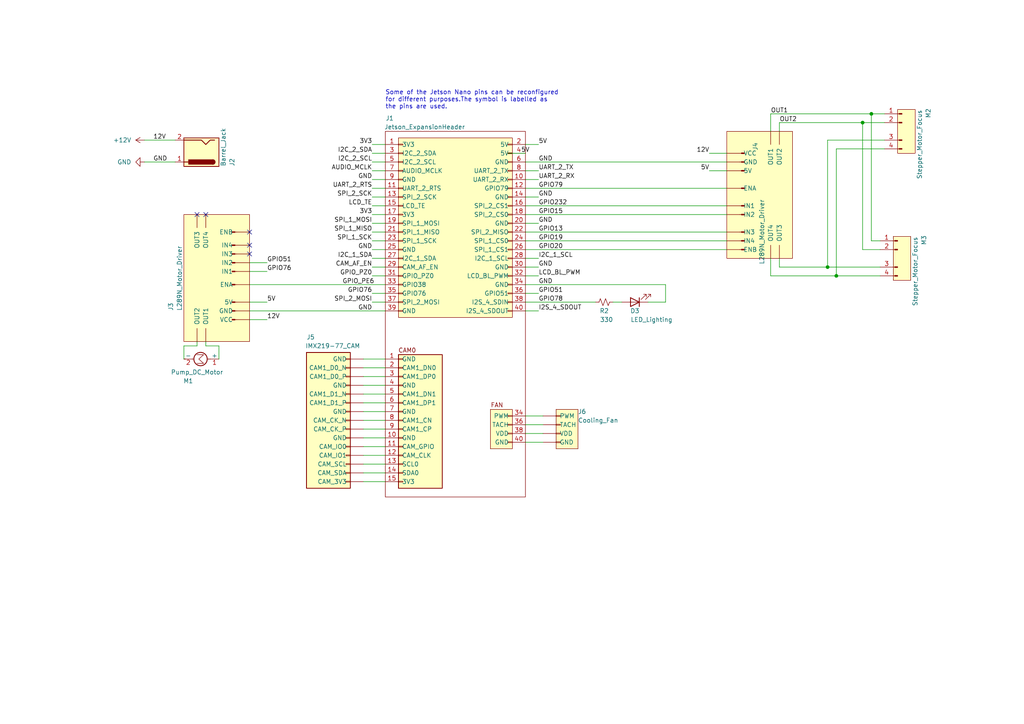
<source format=kicad_sch>
(kicad_sch (version 20211123) (generator eeschema)
  (paper "A4")
  (title_block (title "PlanktoScope with Jetson (Future Development)"))
  (lib_symbols
    (symbol "Conn_01x04_Male_1" (pin_names (offset 1.016) hide)
      (property "Reference" "J?" (at -1.2319 8.89 0))
      (property "Value" "Conn_01x04_Male_1" (at -1.2319 6.35 0))
      (symbol "Conn_01x04_Male_1_0_1"
        (rectangle (start -3.81 3.81) (end 1.27 -8.89) (fill (type background)))
      )
      (symbol "Conn_01x04_Male_1_1_1"
        (polyline (pts (xy 1.27 -7.62) (xy 0.8636 -7.62)) (stroke (width 0.1524)))
        (polyline (pts (xy 1.27 -5.08) (xy 0.8636 -5.08)) (stroke (width 0.1524)))
        (polyline (pts (xy 1.27 0) (xy 0.8636 0)) (stroke (width 0.1524)))
        (polyline (pts (xy 1.27 2.54) (xy 0.8636 2.54)) (stroke (width 0.1524)))
        (rectangle (start 0.8636 -7.493) (end 0 -7.747) (stroke (width 0.1524)) (fill (type outline)))
        (rectangle (start 0.8636 -4.953) (end 0 -5.207) (stroke (width 0.1524)) (fill (type outline)))
        (rectangle (start 0.8636 0.127) (end 0 -0.127) (stroke (width 0.1524)) (fill (type outline)))
        (rectangle (start 0.8636 2.667) (end 0 2.413) (stroke (width 0.1524)) (fill (type outline)))
        (pin passive line (at 5.08 2.54 180) (length 3.81) (name "Pin_1") (number "1"))
        (pin passive line (at 5.08 0 180) (length 3.81) (name "Pin_2") (number "2"))
        (pin passive line (at 5.08 -5.08 180) (length 3.81) (name "Pin_3") (number "3"))
        (pin passive line (at 5.08 -7.62 180) (length 3.81) (name "Pin_4") (number "4"))
      )
    )
    (symbol "Conn_01x04_Male_2" (pin_numbers hide) (pin_names (offset 1.016))
      (property "Reference" "J?" (at -7.62 -1.27 0))
      (property "Value" "L289N_Motor_Driver" (at -5.08 -1.27 0))
      (symbol "Conn_01x04_Male_2_0_1"
        (rectangle (start -19.05 3.81) (end 17.78 -15.24) (fill (type background)))
      )
      (symbol "Conn_01x04_Male_2_1_1"
        (rectangle (start -12.573 -11.0236) (end -12.827 -10.16) (stroke (width 0.1524)) (fill (type outline)))
        (rectangle (start -10.033 -11.0236) (end -10.287 -10.16) (stroke (width 0.1524)) (fill (type outline)))
        (rectangle (start -7.493 -11.0236) (end -7.747 -10.16) (stroke (width 0.1524)) (fill (type outline)))
        (rectangle (start -2.413 -11.0236) (end -2.667 -10.16) (stroke (width 0.1524)) (fill (type outline)))
        (polyline (pts (xy -12.7 -11.43) (xy -12.7 -11.0236)) (stroke (width 0.1524)))
        (polyline (pts (xy -10.16 -11.43) (xy -10.16 -11.0236)) (stroke (width 0.1524)))
        (polyline (pts (xy -7.62 -11.43) (xy -7.62 -11.0236)) (stroke (width 0.1524)))
        (polyline (pts (xy -2.54 -11.43) (xy -2.54 -11.0236)) (stroke (width 0.1524)))
        (polyline (pts (xy 1.27 -11.43) (xy 1.27 -11.0236)) (stroke (width 0.1524)))
        (polyline (pts (xy 3.81 -11.43) (xy 3.81 -11.0236)) (stroke (width 0.1524)))
        (polyline (pts (xy 6.35 -11.43) (xy 6.35 -11.0236)) (stroke (width 0.1524)))
        (polyline (pts (xy 8.89 -11.43) (xy 8.89 -11.0236)) (stroke (width 0.1524)))
        (polyline (pts (xy 12.7 -11.43) (xy 12.7 -11.0236)) (stroke (width 0.1524)))
        (rectangle (start 1.397 -11.0236) (end 1.143 -10.16) (stroke (width 0.1524)) (fill (type outline)))
        (rectangle (start 3.937 -11.0236) (end 3.683 -10.16) (stroke (width 0.1524)) (fill (type outline)))
        (rectangle (start 6.477 -11.0236) (end 6.223 -10.16) (stroke (width 0.1524)) (fill (type outline)))
        (rectangle (start 9.017 -11.0236) (end 8.763 -10.16) (stroke (width 0.1524)) (fill (type outline)))
        (rectangle (start 12.827 -11.0236) (end 12.573 -10.16) (stroke (width 0.1524)) (fill (type outline)))
        (pin passive line (at -12.7 -15.24 90) (length 3.81) (name "VCC") (number "1"))
        (pin passive line (at -19.05 0 0) (length 3.81) (name "OUT2") (number "10"))
        (pin passive line (at -19.05 -2.54 0) (length 3.81) (name "OUT1") (number "11"))
        (pin passive line (at -10.16 -15.24 90) (length 3.81) (name "GND") (number "2"))
        (pin passive line (at -7.62 -15.24 90) (length 3.81) (name "5V") (number "3"))
        (pin passive line (at 1.27 -15.24 90) (length 3.81) (name "IN1") (number "4"))
        (pin passive line (at 3.81 -15.24 90) (length 3.81) (name "IN2") (number "5"))
        (pin passive line (at 6.35 -15.24 90) (length 3.81) (name "IN3") (number "6"))
        (pin passive line (at -2.54 -15.24 90) (length 3.81) (name "ENA") (number "7"))
        (pin passive line (at 12.7 -15.24 90) (length 3.81) (name "ENB") (number "7"))
        (pin passive line (at 8.89 -15.24 90) (length 3.81) (name "IN4") (number "7"))
        (pin passive line (at 17.78 -2.54 180) (length 3.81) (name "OUT4") (number "8"))
        (pin passive line (at 17.78 0 180) (length 3.81) (name "OUT3") (number "9"))
      )
    )
    (symbol "Conn_01x04_Male_3" (pin_numbers hide) (pin_names (offset 1.016))
      (property "Reference" "J4" (at -15.875 -6.985 0))
      (property "Value" "L289N_Motor_Driver" (at 0.635 -5.08 0))
      (symbol "Conn_01x04_Male_3_0_1"
        (rectangle (start -19.05 3.81) (end 17.78 -15.24) (fill (type background)))
      )
      (symbol "Conn_01x04_Male_3_1_1"
        (rectangle (start -12.573 -11.0236) (end -12.827 -10.16) (stroke (width 0.1524)) (fill (type outline)))
        (rectangle (start -10.033 -11.0236) (end -10.287 -10.16) (stroke (width 0.1524)) (fill (type outline)))
        (rectangle (start -7.493 -11.0236) (end -7.747 -10.16) (stroke (width 0.1524)) (fill (type outline)))
        (rectangle (start -2.413 -11.0236) (end -2.667 -10.16) (stroke (width 0.1524)) (fill (type outline)))
        (polyline (pts (xy -12.7 -11.43) (xy -12.7 -11.0236)) (stroke (width 0.1524)))
        (polyline (pts (xy -10.16 -11.43) (xy -10.16 -11.0236)) (stroke (width 0.1524)))
        (polyline (pts (xy -7.62 -11.43) (xy -7.62 -11.0236)) (stroke (width 0.1524)))
        (polyline (pts (xy -2.54 -11.43) (xy -2.54 -11.0236)) (stroke (width 0.1524)))
        (polyline (pts (xy 2.54 -11.43) (xy 2.54 -11.0236)) (stroke (width 0.1524)))
        (polyline (pts (xy 5.08 -11.43) (xy 5.08 -11.0236)) (stroke (width 0.1524)))
        (polyline (pts (xy 10.16 -11.43) (xy 10.16 -11.0236)) (stroke (width 0.1524)))
        (polyline (pts (xy 12.7 -11.43) (xy 12.7 -11.0236)) (stroke (width 0.1524)))
        (polyline (pts (xy 15.24 -11.43) (xy 15.24 -11.0236)) (stroke (width 0.1524)))
        (rectangle (start 2.667 -11.0236) (end 2.413 -10.16) (stroke (width 0.1524)) (fill (type outline)))
        (rectangle (start 5.207 -11.0236) (end 4.953 -10.16) (stroke (width 0.1524)) (fill (type outline)))
        (rectangle (start 10.287 -11.0236) (end 10.033 -10.16) (stroke (width 0.1524)) (fill (type outline)))
        (rectangle (start 12.827 -11.0236) (end 12.573 -10.16) (stroke (width 0.1524)) (fill (type outline)))
        (rectangle (start 15.367 -11.0236) (end 15.113 -10.16) (stroke (width 0.1524)) (fill (type outline)))
        (pin passive line (at -12.7 -15.24 90) (length 3.81) (name "VCC") (number "1"))
        (pin passive line (at -19.05 0 0) (length 3.81) (name "OUT2") (number "10"))
        (pin passive line (at -19.05 -2.54 0) (length 3.81) (name "OUT1") (number "11"))
        (pin passive line (at -10.16 -15.24 90) (length 3.81) (name "GND") (number "2"))
        (pin passive line (at -7.62 -15.24 90) (length 3.81) (name "5V") (number "3"))
        (pin passive line (at 2.54 -15.24 90) (length 3.81) (name "IN1") (number "4"))
        (pin passive line (at 5.08 -15.24 90) (length 3.81) (name "IN2") (number "5"))
        (pin passive line (at 10.16 -15.24 90) (length 3.81) (name "IN3") (number "6"))
        (pin passive line (at -2.54 -15.24 90) (length 3.81) (name "ENA") (number "7"))
        (pin passive line (at 15.24 -15.24 90) (length 3.81) (name "ENB") (number "7"))
        (pin passive line (at 12.7 -15.24 90) (length 3.81) (name "IN4") (number "7"))
        (pin passive line (at 17.78 -2.54 180) (length 3.81) (name "OUT4") (number "8"))
        (pin passive line (at 17.78 0 180) (length 3.81) (name "OUT3") (number "9"))
      )
    )
    (symbol "Conn_01x15_1" (pin_numbers hide) (pin_names (offset 1.016))
      (property "Reference" "J?" (at -5.08 24.13 0))
      (property "Value" "IMX219-77_CAM" (at -5.08 21.59 0))
      (symbol "Conn_01x15_1_1_1"
        (rectangle (start -1.27 -17.653) (end 0 -17.907) (stroke (width 0.1524)))
        (rectangle (start -1.27 -15.113) (end 0 -15.367) (stroke (width 0.1524)))
        (rectangle (start -1.27 -12.573) (end 0 -12.827) (stroke (width 0.1524)))
        (rectangle (start -1.27 -10.033) (end 0 -10.287) (stroke (width 0.1524)))
        (rectangle (start -1.27 -7.493) (end 0 -7.747) (stroke (width 0.1524)))
        (rectangle (start -1.27 -4.953) (end 0 -5.207) (stroke (width 0.1524)))
        (rectangle (start -1.27 -2.413) (end 0 -2.667) (stroke (width 0.1524)))
        (rectangle (start -1.27 0.127) (end 0 -0.127) (stroke (width 0.1524)))
        (rectangle (start -1.27 2.667) (end 0 2.413) (stroke (width 0.1524)))
        (rectangle (start -1.27 5.207) (end 0 4.953) (stroke (width 0.1524)))
        (rectangle (start -1.27 7.747) (end 0 7.493) (stroke (width 0.1524)))
        (rectangle (start -1.27 10.287) (end 0 10.033) (stroke (width 0.1524)))
        (rectangle (start -1.27 12.827) (end 0 12.573) (stroke (width 0.1524)))
        (rectangle (start -1.27 15.367) (end 0 15.113) (stroke (width 0.1524)))
        (rectangle (start -1.27 17.907) (end 0 17.653) (stroke (width 0.1524)))
        (rectangle (start -1.27 19.685) (end 11.43 -19.685) (stroke (width 0.254)) (fill (type background)))
        (pin passive line (at -5.08 17.78 0) (length 3.81) (name "GND") (number "1"))
        (pin passive line (at -5.08 -5.08 0) (length 3.81) (name "GND") (number "10"))
        (pin passive line (at -5.08 -7.62 0) (length 3.81) (name "CAM_IO0") (number "11"))
        (pin passive line (at -5.08 -10.16 0) (length 3.81) (name "CAM_IO1") (number "12"))
        (pin passive line (at -5.08 -12.7 0) (length 3.81) (name "CAM_SCL") (number "13"))
        (pin passive line (at -5.08 -15.24 0) (length 3.81) (name "CAM_SDA") (number "14"))
        (pin passive line (at -5.08 -17.78 0) (length 3.81) (name "CAM_3V3") (number "15"))
        (pin passive line (at -5.08 15.24 0) (length 3.81) (name "CAM1_D0_N") (number "2"))
        (pin passive line (at -5.08 12.7 0) (length 3.81) (name "CAM1_D0_P") (number "3"))
        (pin passive line (at -5.08 10.16 0) (length 3.81) (name "GND") (number "4"))
        (pin passive line (at -5.08 7.62 0) (length 3.81) (name "CAM1_D1_N") (number "5"))
        (pin passive line (at -5.08 5.08 0) (length 3.81) (name "CAM1_D1_P") (number "6"))
        (pin passive line (at -5.08 2.54 0) (length 3.81) (name "GND") (number "7"))
        (pin passive line (at -5.08 0 0) (length 3.81) (name "CAM_CK_N") (number "8"))
        (pin passive line (at -5.08 -2.54 0) (length 3.81) (name "CAM_CK_P") (number "9"))
      )
    )
    (symbol "Connector:Barrel_Jack" (pin_names (offset 1.016))
      (property "Reference" "J?" (at -6.35 -1.9051 0))
      (property "Value" "Barrel_Jack" (at -6.35 1.2699 0))
      (symbol "Barrel_Jack_0_1"
        (rectangle (start -5.08 5.08) (end 5.08 -3.175) (stroke (width 0.254)) (fill (type background)))
        (arc (start -3.302 4.445) (mid -3.937 3.81) (end -3.302 3.175) (stroke (width 0.254)))
        (arc (start -3.302 4.445) (mid -3.937 3.81) (end -3.302 3.175) (stroke (width 0.254)) (fill (type outline)))
        (polyline (pts (xy 5.08 3.81) (xy 3.81 3.81)) (stroke (width 0.254)))
        (polyline (pts (xy -3.81 -2.54) (xy -2.54 -2.54) (xy -1.27 -1.27) (xy 0 -2.54) (xy 2.54 -2.54) (xy 5.08 -2.54)) (stroke (width 0.254)))
        (rectangle (start 3.683 4.445) (end -3.302 3.175) (stroke (width 0.254)) (fill (type outline)))
      )
      (symbol "Barrel_Jack_1_1"
        (pin passive line (at 7.62 3.81 180) (length 2.54) (name "~") (number "1"))
        (pin passive line (at 7.62 -2.54 180) (length 2.54) (name "~") (number "2"))
      )
    )
    (symbol "Connector:Conn_01x04_Male" (pin_numbers hide) (pin_names (offset 1.016))
      (property "Reference" "J?" (at 1.27 -2.5399 0))
      (property "Value" "Cooling_Fan" (at 1.27 -5.0799 0))
      (symbol "Conn_01x04_Male_1_1"
        (rectangle (start 0 1.905) (end 6.35 -9.525) (fill (type background)))
        (rectangle (start 6.35 -7.493) (end 5.08 -7.747) (stroke (width 0.1524)))
        (rectangle (start 6.35 -4.953) (end 5.08 -5.207) (stroke (width 0.1524)))
        (rectangle (start 6.35 -2.413) (end 5.08 -2.667) (stroke (width 0.1524)))
        (rectangle (start 6.35 0.127) (end 5.08 -0.127) (stroke (width 0.1524)))
        (pin passive line (at 10.16 0 180) (length 3.81) (name "PWM") (number "1"))
        (pin passive line (at 10.16 -2.54 180) (length 3.81) (name "TACH") (number "2"))
        (pin passive line (at 10.16 -5.08 180) (length 3.81) (name "VDD") (number "3"))
        (pin passive line (at 10.16 -7.62 180) (length 3.81) (name "GND") (number "4"))
      )
    )
    (symbol "Device:LED" (pin_numbers hide) (pin_names (offset 1.016) hide)
      (property "Reference" "D" (at 0 2.54 0))
      (property "Value" "LED" (at 0 -2.54 0))
      (symbol "LED_0_1"
        (polyline (pts (xy -1.27 -1.27) (xy -1.27 1.27)) (stroke (width 0.254)))
        (polyline (pts (xy -1.27 0) (xy 1.27 0)))
        (polyline (pts (xy 1.27 -1.27) (xy 1.27 1.27) (xy -1.27 0) (xy 1.27 -1.27)) (stroke (width 0.254)))
        (polyline (pts (xy -3.048 -0.762) (xy -4.572 -2.286) (xy -3.81 -2.286) (xy -4.572 -2.286) (xy -4.572 -1.524)))
        (polyline (pts (xy -1.778 -0.762) (xy -3.302 -2.286) (xy -2.54 -2.286) (xy -3.302 -2.286) (xy -3.302 -1.524)))
      )
      (symbol "LED_1_1"
        (pin passive line (at -3.81 0 0) (length 2.54) (name "K") (number "1"))
        (pin passive line (at 3.81 0 180) (length 2.54) (name "A") (number "2"))
      )
    )
    (symbol "Device:R_Small_US" (pin_numbers hide) (pin_names (offset 0.254) hide)
      (property "Reference" "R" (at 0.762 0.508 0))
      (property "Value" "R_Small_US" (at 0.762 -1.016 0))
      (symbol "R_Small_US_1_1"
        (polyline (pts (xy 0 0) (xy 1.016 -0.381) (xy 0 -0.762) (xy -1.016 -1.143) (xy 0 -1.524)))
        (polyline (pts (xy 0 1.524) (xy 1.016 1.143) (xy 0 0.762) (xy -1.016 0.381) (xy 0 0)))
        (pin passive line (at 0 2.54 270) (length 1.016) (name "~") (number "1"))
        (pin passive line (at 0 -2.54 90) (length 1.016) (name "~") (number "2"))
      )
    )
    (symbol "Motor:Motor_DC" (pin_names (offset 0))
      (property "Reference" "M?" (at -2.54 8.89 90))
      (property "Value" "Motor_DC" (at -2.54 5.08 90))
      (symbol "Motor_DC_0_0"
        (polyline (pts (xy -1.27 -2.54) (xy -1.27 -0.635) (xy 0 -2.032) (xy 1.27 -0.635) (xy 1.27 -2.54)))
      )
      (symbol "Motor_DC_0_1"
        (circle (center 0 -1.524) (radius 1.9427) (stroke (width 0.254)))
        (polyline (pts (xy 0 -6.35) (xy 0 -5.842)))
        (polyline (pts (xy 0 -3.5052) (xy 0 -3.9116)))
        (polyline (pts (xy 0 0.4572) (xy 0 0.8128)))
        (polyline (pts (xy 0 0.762) (xy 0 1.27)))
      )
      (symbol "Motor_DC_1_1"
        (pin passive line (at 0 3.81 270) (length 2.54) (name "+") (number "1"))
        (pin passive line (at 0 -6.35 90) (length 2.54) (name "-") (number "2"))
      )
    )
    (symbol "RPi4_Conn_3" (pin_names (offset 1.016))
      (property "Reference" "J1" (at 15.24 31.75 0))
      (property "Value" "Jetson_ExpansionHeader" (at 15.24 29.21 0))
      (symbol "RPi4_Conn_3_0_0"
        (text "CAM0" (at 1.27 -36.83 0) (effects (font (size 1.27 1.27))))
        (text "FAN" (at 27.305 -52.705 0) (effects (font (size 1.27 1.27))))
      )
      (symbol "RPi4_Conn_3_0_1"
        (rectangle (start -5.08 26.67) (end 35.56 -79.375))
      )
      (symbol "RPi4_Conn_3_1_1"
        (rectangle (start -1.27 -74.803) (end 0 -75.057) (stroke (width 0.1524)))
        (rectangle (start -1.27 -72.263) (end 0 -72.517) (stroke (width 0.1524)))
        (rectangle (start -1.27 -69.723) (end 0 -69.977) (stroke (width 0.1524)))
        (rectangle (start -1.27 -67.183) (end 0 -67.437) (stroke (width 0.1524)))
        (rectangle (start -1.27 -64.643) (end 0 -64.897) (stroke (width 0.1524)))
        (rectangle (start -1.27 -62.103) (end 0 -62.357) (stroke (width 0.1524)))
        (rectangle (start -1.27 -59.563) (end 0 -59.817) (stroke (width 0.1524)))
        (rectangle (start -1.27 -57.023) (end 0 -57.277) (stroke (width 0.1524)))
        (rectangle (start -1.27 -54.483) (end 0 -54.737) (stroke (width 0.1524)))
        (rectangle (start -1.27 -51.943) (end 0 -52.197) (stroke (width 0.1524)))
        (rectangle (start -1.27 -49.403) (end 0 -49.657) (stroke (width 0.1524)))
        (rectangle (start -1.27 -46.863) (end 0 -47.117) (stroke (width 0.1524)))
        (rectangle (start -1.27 -44.323) (end 0 -44.577) (stroke (width 0.1524)))
        (rectangle (start -1.27 -41.783) (end 0 -42.037) (stroke (width 0.1524)))
        (rectangle (start -1.27 -39.243) (end 0 -39.497) (stroke (width 0.1524)))
        (rectangle (start -1.27 -38.1) (end 11.43 -76.835) (stroke (width 0.254)) (fill (type background)))
        (rectangle (start -1.27 -25.273) (end 0 -25.527) (stroke (width 0.1524)))
        (rectangle (start -1.27 -22.733) (end 0 -22.987) (stroke (width 0.1524)))
        (rectangle (start -1.27 -20.193) (end 0 -20.447) (stroke (width 0.1524)))
        (rectangle (start -1.27 -17.653) (end 0 -17.907) (stroke (width 0.1524)))
        (rectangle (start -1.27 -15.113) (end 0 -15.367) (stroke (width 0.1524)))
        (rectangle (start -1.27 -12.573) (end 0 -12.827) (stroke (width 0.1524)))
        (rectangle (start -1.27 -10.033) (end 0 -10.287) (stroke (width 0.1524)))
        (rectangle (start -1.27 -7.493) (end 0 -7.747) (stroke (width 0.1524)))
        (rectangle (start -1.27 -4.953) (end 0 -5.207) (stroke (width 0.1524)))
        (rectangle (start -1.27 -2.413) (end 0 -2.667) (stroke (width 0.1524)))
        (rectangle (start -1.27 0.127) (end 0 -0.127) (stroke (width 0.1524)))
        (rectangle (start -1.27 2.667) (end 0 2.413) (stroke (width 0.1524)))
        (rectangle (start -1.27 5.207) (end 0 4.953) (stroke (width 0.1524)))
        (rectangle (start -1.27 7.747) (end 0 7.493) (stroke (width 0.1524)))
        (rectangle (start -1.27 10.287) (end 0 10.033) (stroke (width 0.1524)))
        (rectangle (start -1.27 12.827) (end 0 12.573) (stroke (width 0.1524)))
        (rectangle (start -1.27 15.367) (end 0 15.113) (stroke (width 0.1524)))
        (rectangle (start -1.27 17.907) (end 0 17.653) (stroke (width 0.1524)))
        (rectangle (start -1.27 20.447) (end 0 20.193) (stroke (width 0.1524)))
        (rectangle (start -1.27 22.987) (end 0 22.733) (stroke (width 0.1524)))
        (rectangle (start -1.27 24.765) (end 31.75 -27.305) (fill (type background)))
        (rectangle (start 25.4 -53.975) (end 31.75 -65.405) (fill (type background)))
        (rectangle (start 31.75 -63.373) (end 30.48 -63.627) (stroke (width 0.1524)))
        (rectangle (start 31.75 -60.833) (end 30.48 -61.087) (stroke (width 0.1524)))
        (rectangle (start 31.75 -58.293) (end 30.48 -58.547) (stroke (width 0.1524)))
        (rectangle (start 31.75 -55.753) (end 30.48 -56.007) (stroke (width 0.1524)))
        (rectangle (start 31.75 -25.273) (end 30.48 -25.527) (stroke (width 0.1524)))
        (rectangle (start 31.75 -22.733) (end 30.48 -22.987) (stroke (width 0.1524)))
        (rectangle (start 31.75 -20.193) (end 30.48 -20.447) (stroke (width 0.1524)))
        (rectangle (start 31.75 -17.653) (end 30.48 -17.907) (stroke (width 0.1524)))
        (rectangle (start 31.75 -15.113) (end 30.48 -15.367) (stroke (width 0.1524)))
        (rectangle (start 31.75 -12.573) (end 30.48 -12.827) (stroke (width 0.1524)))
        (rectangle (start 31.75 -10.033) (end 30.48 -10.287) (stroke (width 0.1524)))
        (rectangle (start 31.75 -7.493) (end 30.48 -7.747) (stroke (width 0.1524)))
        (rectangle (start 31.75 -4.953) (end 30.48 -5.207) (stroke (width 0.1524)))
        (rectangle (start 31.75 -2.413) (end 30.48 -2.667) (stroke (width 0.1524)))
        (rectangle (start 31.75 0.127) (end 30.48 -0.127) (stroke (width 0.1524)))
        (rectangle (start 31.75 2.667) (end 30.48 2.413) (stroke (width 0.1524)))
        (rectangle (start 31.75 5.207) (end 30.48 4.953) (stroke (width 0.1524)))
        (rectangle (start 31.75 7.747) (end 30.48 7.493) (stroke (width 0.1524)))
        (rectangle (start 31.75 10.287) (end 30.48 10.033) (stroke (width 0.1524)))
        (rectangle (start 31.75 12.827) (end 30.48 12.573) (stroke (width 0.1524)))
        (rectangle (start 31.75 15.367) (end 30.48 15.113) (stroke (width 0.1524)))
        (rectangle (start 31.75 17.907) (end 30.48 17.653) (stroke (width 0.1524)))
        (rectangle (start 31.75 20.447) (end 30.48 20.193) (stroke (width 0.1524)))
        (rectangle (start 31.75 22.987) (end 30.48 22.733) (stroke (width 0.1524)))
        (pin passive line (at -5.08 22.86 0) (length 3.81) (name "3V3") (number "1"))
        (pin passive line (at -5.08 -39.37 0) (length 3.81) (name "GND") (number "1"))
        (pin passive line (at -5.08 -62.23 0) (length 3.81) (name "GND") (number "10"))
        (pin passive line (at 35.56 12.7 180) (length 3.81) (name "UART_2_RX") (number "10"))
        (pin passive line (at -5.08 -64.77 0) (length 3.81) (name "CAM_GPIO") (number "11"))
        (pin passive line (at -5.08 10.16 0) (length 3.81) (name "UART_2_RTS") (number "11"))
        (pin passive line (at -5.08 -67.31 0) (length 3.81) (name "CAM_CLK") (number "12"))
        (pin passive line (at 35.56 10.16 180) (length 3.81) (name "GPIO79") (number "12"))
        (pin passive line (at -5.08 -69.85 0) (length 3.81) (name "SCL0") (number "13"))
        (pin passive line (at -5.08 7.62 0) (length 3.81) (name "SPI_2_SCK") (number "13"))
        (pin passive line (at 35.56 7.62 180) (length 3.81) (name "GND") (number "14"))
        (pin passive line (at -5.08 -72.39 0) (length 3.81) (name "SDA0") (number "14"))
        (pin passive line (at -5.08 -74.93 0) (length 3.81) (name "3V3") (number "15"))
        (pin passive line (at -5.08 5.08 0) (length 3.81) (name "LCD_TE") (number "15"))
        (pin passive line (at 35.56 5.08 180) (length 3.81) (name "SPI_2_CS1") (number "16"))
        (pin passive line (at -5.08 2.54 0) (length 3.81) (name "3V3") (number "17"))
        (pin passive line (at 35.56 2.54 180) (length 3.81) (name "SPI_2_CS0") (number "18"))
        (pin passive line (at -5.08 0 0) (length 3.81) (name "SPI_1_MOSI") (number "19"))
        (pin passive line (at 35.56 22.86 180) (length 3.81) (name "5V") (number "2"))
        (pin passive line (at -5.08 -41.91 0) (length 3.81) (name "CAM1_DN0") (number "2"))
        (pin passive line (at 35.56 0 180) (length 3.81) (name "GND") (number "20"))
        (pin passive line (at -5.08 -2.54 0) (length 3.81) (name "SPI_1_MISO") (number "21"))
        (pin passive line (at 35.56 -2.54 180) (length 3.81) (name "SPI_2_MISO") (number "22"))
        (pin passive line (at -5.08 -5.08 0) (length 3.81) (name "SPI_1_SCK") (number "23"))
        (pin passive line (at 35.56 -5.08 180) (length 3.81) (name "SPI_1_CS0") (number "24"))
        (pin passive line (at -5.08 -7.62 0) (length 3.81) (name "GND") (number "25"))
        (pin passive line (at 35.56 -7.62 180) (length 3.81) (name "SPI_1_CS1") (number "26"))
        (pin passive line (at -5.08 -10.16 0) (length 3.81) (name "I2C_1_SDA") (number "27"))
        (pin passive line (at 35.56 -10.16 180) (length 3.81) (name "I2C_1_SCL") (number "28"))
        (pin passive line (at -5.08 -12.7 0) (length 3.81) (name "CAM_AF_EN") (number "29"))
        (pin passive line (at -5.08 -44.45 0) (length 3.81) (name "CAM1_DP0") (number "3"))
        (pin passive line (at -5.08 20.32 0) (length 3.81) (name "I2C_2_SDA") (number "3"))
        (pin passive line (at 35.56 -12.7 180) (length 3.81) (name "GND") (number "30"))
        (pin passive line (at -5.08 -15.24 0) (length 3.81) (name "GPIO_PZ0") (number "31"))
        (pin passive line (at 35.56 -15.24 180) (length 3.81) (name "LCD_BL_PWM") (number "32"))
        (pin passive line (at -5.08 -17.78 0) (length 3.81) (name "GPIO38") (number "33"))
        (pin passive line (at 35.56 -17.78 180) (length 3.81) (name "GND") (number "34"))
        (pin passive line (at 35.56 -55.88 180) (length 3.81) (name "PWM") (number "34"))
        (pin passive line (at -5.08 -20.32 0) (length 3.81) (name "GPIO76") (number "35"))
        (pin passive line (at 35.56 -20.32 180) (length 3.81) (name "GPIO51") (number "36"))
        (pin passive line (at 35.56 -58.42 180) (length 3.81) (name "TACH") (number "36"))
        (pin passive line (at -5.08 -22.86 0) (length 3.81) (name "SPI_2_MOSI") (number "37"))
        (pin passive line (at 35.56 -22.86 180) (length 3.81) (name "I2S_4_SDIN") (number "38"))
        (pin passive line (at 35.56 -60.96 180) (length 3.81) (name "VDD") (number "38"))
        (pin passive line (at -5.08 -25.4 0) (length 3.81) (name "GND") (number "39"))
        (pin passive line (at 35.56 20.32 180) (length 3.81) (name "5V") (number "4"))
        (pin passive line (at -5.08 -46.99 0) (length 3.81) (name "GND") (number "4"))
        (pin passive line (at 35.56 -63.5 180) (length 3.81) (name "GND") (number "40"))
        (pin passive line (at 35.56 -25.4 180) (length 3.81) (name "I2S_4_SDOUT") (number "40"))
        (pin passive line (at -5.08 -49.53 0) (length 3.81) (name "CAM1_DN1") (number "5"))
        (pin passive line (at -5.08 17.78 0) (length 3.81) (name "I2C_2_SCL") (number "5"))
        (pin passive line (at -5.08 -52.07 0) (length 3.81) (name "CAM1_DP1") (number "6"))
        (pin passive line (at 35.56 17.78 180) (length 3.81) (name "GND") (number "6"))
        (pin passive line (at -5.08 15.24 0) (length 3.81) (name "AUDIO_MCLK") (number "7"))
        (pin passive line (at -5.08 -54.61 0) (length 3.81) (name "GND") (number "7"))
        (pin passive line (at -5.08 -57.15 0) (length 3.81) (name "CAM1_CN") (number "8"))
        (pin passive line (at 35.56 15.24 180) (length 3.81) (name "UART_2_TX") (number "8"))
        (pin passive line (at -5.08 -59.69 0) (length 3.81) (name "CAM1_CP") (number "9"))
        (pin passive line (at -5.08 12.7 0) (length 3.81) (name "GND") (number "9"))
      )
    )
    (symbol "power:+12V" (power) (pin_names (offset 0))
      (property "Value" "+12V" (at 0 3.556 0))
      (symbol "+12V_0_1"
        (polyline (pts (xy -0.762 1.27) (xy 0 2.54)))
        (polyline (pts (xy 0 0) (xy 0 2.54)))
        (polyline (pts (xy 0 2.54) (xy 0.762 1.27)))
      )
      (symbol "+12V_1_1"
        (pin power_in line (at 0 0 90) (length 0) hide (name "+12V") (number "1"))
      )
    )
    (symbol "power:GND" (power) (pin_names (offset 0))
      (property "Value" "GND" (at 0 -3.81 0))
      (symbol "GND_0_1"
        (polyline (pts (xy 0 0) (xy 0 -1.27) (xy 1.27 -1.27) (xy 0 -2.54) (xy -1.27 -1.27) (xy 0 -1.27)))
      )
      (symbol "GND_1_1"
        (pin power_in line (at 0 0 270) (length 0) hide (name "GND") (number "1"))
      )
    )
  )
  (junction (at 242.57 80.01))
  (junction (at 252.73 33.02))
  (junction (at 250.19 35.56))
  (junction (at 240.03 77.47))
  (no_connect (at 59.69 62.23))
  (no_connect (at 72.39 67.31))
  (no_connect (at 72.39 73.66))
  (no_connect (at 72.39 71.12))
  (no_connect (at 57.15 62.23))
  (wire (pts (xy 252.73 33.02) (xy 256.54 33.02)))
  (wire (pts (xy 111.76 46.99) (xy 107.95 46.99)))
  (wire (pts (xy 152.4 80.01) (xy 156.21 80.01)))
  (wire (pts (xy 152.4 87.63) (xy 172.72 87.63)))
  (wire (pts (xy 152.4 52.07) (xy 156.21 52.07)))
  (wire (pts (xy 105.41 109.22) (xy 111.76 109.22)))
  (wire (pts (xy 111.76 74.93) (xy 107.95 74.93)))
  (wire (pts (xy 105.41 114.3) (xy 111.76 114.3)))
  (wire (pts (xy 41.91 40.64) (xy 50.8 40.64)))
  (wire (pts (xy 111.76 57.15) (xy 107.95 57.15)))
  (wire (pts (xy 105.41 116.84) (xy 111.76 116.84)))
  (wire (pts (xy 105.41 121.92) (xy 111.76 121.92)))
  (wire (pts (xy 111.76 54.61) (xy 107.95 54.61)))
  (wire (pts (xy 53.34 104.14) (xy 53.34 100.33)))
  (wire (pts (xy 250.19 72.39) (xy 250.19 35.56)))
  (wire (pts (xy 205.74 44.45) (xy 210.82 44.45)))
  (wire (pts (xy 111.76 64.77) (xy 107.95 64.77)))
  (wire (pts (xy 240.03 77.47) (xy 255.27 77.47)))
  (wire (pts (xy 152.4 82.55) (xy 193.04 82.55)))
  (wire (pts (xy 152.4 90.17) (xy 156.21 90.17)))
  (wire (pts (xy 152.4 59.69) (xy 210.82 59.69)))
  (wire (pts (xy 152.4 62.23) (xy 210.82 62.23)))
  (wire (pts (xy 177.8 87.63) (xy 180.34 87.63)))
  (wire (pts (xy 77.47 78.74) (xy 72.39 78.74)))
  (wire (pts (xy 111.76 44.45) (xy 107.95 44.45)))
  (wire (pts (xy 223.52 33.02) (xy 252.73 33.02)))
  (wire (pts (xy 105.41 139.7) (xy 111.76 139.7)))
  (wire (pts (xy 105.41 106.68) (xy 111.76 106.68)))
  (wire (pts (xy 242.57 80.01) (xy 255.27 80.01)))
  (wire (pts (xy 152.4 46.99) (xy 210.82 46.99)))
  (wire (pts (xy 152.4 72.39) (xy 210.82 72.39)))
  (wire (pts (xy 152.4 128.27) (xy 157.48 128.27)))
  (wire (pts (xy 111.76 59.69) (xy 107.95 59.69)))
  (wire (pts (xy 152.4 120.65) (xy 157.48 120.65)))
  (wire (pts (xy 152.4 85.09) (xy 156.21 85.09)))
  (wire (pts (xy 53.34 100.33) (xy 57.15 100.33)))
  (wire (pts (xy 111.76 41.91) (xy 107.95 41.91)))
  (wire (pts (xy 111.76 72.39) (xy 107.95 72.39)))
  (wire (pts (xy 226.06 74.93) (xy 226.06 77.47)))
  (wire (pts (xy 242.57 43.18) (xy 242.57 80.01)))
  (wire (pts (xy 256.54 40.64) (xy 240.03 40.64)))
  (wire (pts (xy 252.73 33.02) (xy 252.73 69.85)))
  (wire (pts (xy 152.4 64.77) (xy 156.21 64.77)))
  (wire (pts (xy 223.52 74.93) (xy 223.52 80.01)))
  (wire (pts (xy 223.52 80.01) (xy 242.57 80.01)))
  (wire (pts (xy 111.76 62.23) (xy 107.95 62.23)))
  (wire (pts (xy 105.41 111.76) (xy 111.76 111.76)))
  (wire (pts (xy 205.74 49.53) (xy 210.82 49.53)))
  (wire (pts (xy 111.76 80.01) (xy 107.95 80.01)))
  (wire (pts (xy 105.41 132.08) (xy 111.76 132.08)))
  (wire (pts (xy 152.4 49.53) (xy 156.21 49.53)))
  (wire (pts (xy 111.76 87.63) (xy 107.95 87.63)))
  (wire (pts (xy 226.06 35.56) (xy 226.06 38.1)))
  (wire (pts (xy 147.32 44.45) (xy 152.4 44.45)))
  (wire (pts (xy 252.73 69.85) (xy 255.27 69.85)))
  (wire (pts (xy 152.4 74.93) (xy 156.21 74.93)))
  (wire (pts (xy 193.04 82.55) (xy 193.04 87.63)))
  (wire (pts (xy 111.76 49.53) (xy 107.95 49.53)))
  (wire (pts (xy 111.76 85.09) (xy 107.95 85.09)))
  (wire (pts (xy 226.06 77.47) (xy 240.03 77.47)))
  (wire (pts (xy 152.4 57.15) (xy 156.21 57.15)))
  (wire (pts (xy 105.41 137.16) (xy 111.76 137.16)))
  (wire (pts (xy 105.41 129.54) (xy 111.76 129.54)))
  (wire (pts (xy 59.69 99.06) (xy 59.69 100.33)))
  (wire (pts (xy 57.15 100.33) (xy 57.15 99.06)))
  (wire (pts (xy 111.76 69.85) (xy 107.95 69.85)))
  (wire (pts (xy 111.76 77.47) (xy 107.95 77.47)))
  (wire (pts (xy 152.4 41.91) (xy 156.21 41.91)))
  (wire (pts (xy 152.4 69.85) (xy 210.82 69.85)))
  (wire (pts (xy 250.19 72.39) (xy 255.27 72.39)))
  (wire (pts (xy 72.39 92.71) (xy 77.47 92.71)))
  (wire (pts (xy 59.69 100.33) (xy 63.5 100.33)))
  (wire (pts (xy 72.39 82.55) (xy 111.76 82.55)))
  (wire (pts (xy 223.52 33.02) (xy 223.52 38.1)))
  (wire (pts (xy 256.54 35.56) (xy 250.19 35.56)))
  (wire (pts (xy 105.41 124.46) (xy 111.76 124.46)))
  (wire (pts (xy 111.76 52.07) (xy 107.95 52.07)))
  (wire (pts (xy 187.96 87.63) (xy 193.04 87.63)))
  (wire (pts (xy 77.47 76.2) (xy 72.39 76.2)))
  (wire (pts (xy 105.41 134.62) (xy 111.76 134.62)))
  (wire (pts (xy 152.4 54.61) (xy 210.82 54.61)))
  (wire (pts (xy 152.4 123.19) (xy 157.48 123.19)))
  (wire (pts (xy 105.41 104.14) (xy 111.76 104.14)))
  (wire (pts (xy 152.4 77.47) (xy 156.21 77.47)))
  (wire (pts (xy 105.41 119.38) (xy 111.76 119.38)))
  (wire (pts (xy 41.91 46.99) (xy 50.8 46.99)))
  (wire (pts (xy 111.76 67.31) (xy 107.95 67.31)))
  (wire (pts (xy 256.54 43.18) (xy 242.57 43.18)))
  (wire (pts (xy 72.39 90.17) (xy 111.76 90.17)))
  (wire (pts (xy 152.4 67.31) (xy 210.82 67.31)))
  (wire (pts (xy 72.39 87.63) (xy 77.47 87.63)))
  (wire (pts (xy 63.5 100.33) (xy 63.5 104.14)))
  (wire (pts (xy 226.06 35.56) (xy 250.19 35.56)))
  (wire (pts (xy 152.4 125.73) (xy 157.48 125.73)))
  (wire (pts (xy 105.41 127) (xy 111.76 127)))
  (wire (pts (xy 240.03 40.64) (xy 240.03 77.47)))
  (text "Some of the Jetson Nano pins can be reconfigured\nfor different purposes.The symbol is labelled as \nthe pins are used.\n" (at 111.76 31.75 0) (effects (font (size 1.27 1.27)) (justify left bottom)))
  (label "5V" (at 77.47 87.63 0))
  (label "SPI_1_SCK" (at 107.95 69.85 180))
  (label "GPIO232" (at 156.21 59.69 0))
  (label "OUT2" (at 231.14 35.56 180))
  (label "GPIO76" (at 77.47 78.74 0))
  (label "GND" (at 107.95 90.17 180))
  (label "GPIO15" (at 156.21 62.23 0))
  (label "GND" (at 156.21 64.77 0))
  (label "GND" (at 44.45 46.99 0))
  (label "UART_2_TX" (at 156.21 49.53 0))
  (label "3V3" (at 107.95 41.91 180))
  (label "LCD_TE" (at 107.95 59.69 180))
  (label "5V" (at 151.13 44.45 0))
  (label "LCD_BL_PWM" (at 156.21 80.01 0))
  (label "GND" (at 107.95 72.39 180))
  (label "12V" (at 77.47 92.71 0))
  (label "CAM_AF_EN" (at 107.95 77.47 180))
  (label "UART_2_RX" (at 156.21 52.07 0))
  (label "GND" (at 156.21 82.55 0))
  (label "12V" (at 205.74 44.45 180))
  (label "GND" (at 156.21 77.47 0))
  (label "SPI_1_MOSI" (at 107.95 64.77 180))
  (label "OUT1" (at 228.6 33.02 180))
  (label "SPI_1_MISO" (at 107.95 67.31 180))
  (label "GPIO76" (at 107.95 85.09 180))
  (label "GPIO19" (at 156.21 69.85 0))
  (label "GPIO79" (at 156.21 54.61 0))
  (label "UART_2_RTS" (at 107.95 54.61 180))
  (label "I2C_1_SDA" (at 107.95 74.93 180))
  (label "GND" (at 156.21 46.99 0))
  (label "AUDIO_MCLK" (at 107.95 49.53 180))
  (label "3V3" (at 107.95 62.23 180))
  (label "I2C_2_SCL" (at 107.95 46.99 180))
  (label "5V" (at 205.74 49.53 180))
  (label "I2C_1_SCL" (at 156.21 74.93 0))
  (label "GPIO_PE6" (at 108.585 82.55 180))
  (label "GPIO_PZ0" (at 107.95 80.01 180))
  (label "GPIO51" (at 156.21 85.09 0))
  (label "SPI_2_MOSI" (at 107.95 87.63 180))
  (label "I2C_2_SDA" (at 107.95 44.45 180))
  (label "GPIO20" (at 156.21 72.39 0))
  (label "I2S_4_SDOUT" (at 156.21 90.17 0))
  (label "GPIO51" (at 77.47 76.2 0))
  (label "5V" (at 156.21 41.91 0))
  (label "GPIO78" (at 156.21 87.63 0))
  (label "12V" (at 44.45 40.64 0))
  (label "GND" (at 107.95 52.07 180))
  (label "SPI_2_SCK" (at 107.95 57.15 180))
  (label "GPIO13" (at 156.21 67.31 0))
  (label "GND" (at 156.21 57.15 0))
  (symbol (lib_name "Conn_01x04_Male_2") (lib_id "Connector:Conn_01x04_Male") (at 57.15 80.01 90) (unit 1)
    (property "Reference" "J3" (at 49.53 90.17 0) (effects (justify left)))
    (property "Value" "L289N_Motor_Driver" (at 52.07 90.17 0) (effects (justify left)))
  )
  (symbol (lib_id "Motor:Motor_DC") (at 59.69 104.14 270) (unit 1)
    (property "Reference" "M1" (at 54.61 110.49 90))
    (property "Value" "Pump_DC_Motor" (at 57.15 107.95 90))
  )
  (symbol (lib_id "power:GND") (at 41.91 46.99 270) (unit 1)
    (property "Reference" "#PWR06" (effects hide))
    (property "Value" "GND" (at 38.1 46.9899 90) (effects (justify right)))
  )
  (symbol (lib_name "Conn_01x04_Male_1") (lib_id "Connector:Conn_01x04_Male") (at 261.62 35.56 0) (mirror y) (unit 1)
    (property "Reference" "M2" (at 269.24 34.29 90) (effects (justify left)))
    (property "Value" "Stepper_Motor_Focus" (at 266.7 41.91 90))
  )
  (symbol (lib_name "RPi4_Conn_3") (lib_id "Custom:RPi4_Conn") (at 116.84 64.77 0) (unit 1)
    (property "Reference" "J1" (at 113.03 34.29 0))
    (property "Value" "Jetson_ExpansionHeader" (at 123.19 36.83 0))
  )
  (symbol (lib_id "Connector:Barrel_Jack") (at 58.42 43.18 180) (unit 1)
    (property "Reference" "J2" (at 67.31 48.26 90) (effects (justify right)))
    (property "Value" "Barrel_Jack" (at 64.77 48.26 90) (effects (justify right)))
  )
  (symbol (lib_name "Conn_01x04_Male_1") (lib_id "Connector:Conn_01x04_Male") (at 260.35 72.39 0) (mirror y) (unit 1)
    (property "Reference" "M3" (at 267.97 71.12 90) (effects (justify left)))
    (property "Value" "Stepper_Motor_Focus" (at 265.43 78.74 90))
  )
  (symbol (lib_name "Conn_01x15_1") (lib_id "Connector_Generic:Conn_01x15") (at 100.33 121.92 0) (mirror y) (unit 1)
    (property "Reference" "J5" (at 88.9 97.79 0) (effects (justify right)))
    (property "Value" "IMX219-77_CAM" (at 96.52 100.33 0))
  )
  (symbol (lib_id "Connector:Conn_01x04_Male") (at 167.64 120.65 0) (mirror y) (unit 1)
    (property "Reference" "J6" (at 167.64 119.38 0) (effects (justify right)))
    (property "Value" "Cooling_Fan" (at 167.64 121.92 0) (effects (justify right)))
  )
  (symbol (lib_name "Conn_01x04_Male_3") (lib_id "Connector:Conn_01x04_Male") (at 226.06 57.15 270) (unit 1)
    (property "Reference" "J4" (at 219.075 41.275 0) (effects (justify left)))
    (property "Value" "L289N_Motor_Driver" (at 220.98 57.785 0) (effects (justify left)))
  )
  (symbol (lib_id "Device:R_Small_US") (at 175.26 87.63 90) (unit 1)
    (property "Reference" "R2" (at 175.26 90.17 90))
    (property "Value" "330" (at 173.99 92.71 90) (effects (justify right)))
  )
  (symbol (lib_id "power:+12V") (at 41.91 40.64 90) (unit 1)
    (property "Reference" "#PWR05" (effects hide))
    (property "Value" "+12V" (at 38.1 40.6399 90) (effects (justify left)))
  )
  (symbol (lib_id "Device:LED") (at 184.15 87.63 180) (unit 1)
    (property "Reference" "D3" (at 184.15 90.17 0))
    (property "Value" "LED_Lighting" (at 182.88 92.71 0) (effects (justify right)))
  )
)
</source>
